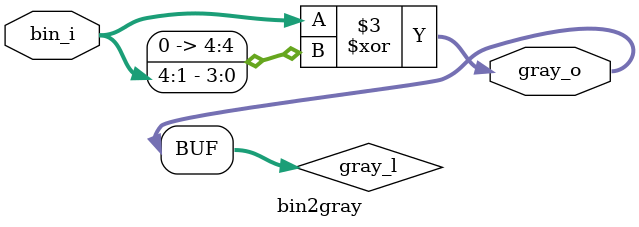
<source format=sv>
module bin2gray
  #(parameter width_p = 5)
   // You must fill these in with width_p
  (input [width_p-1:0] bin_i
  ,output [width_p-1:0] gray_o);

   // Your code here
  
  logic [width_p-1:0] gray_l;

  always_comb begin
    gray_l = bin_i ^ (bin_i >> 1);
  end

  assign gray_o = gray_l;

endmodule
</source>
